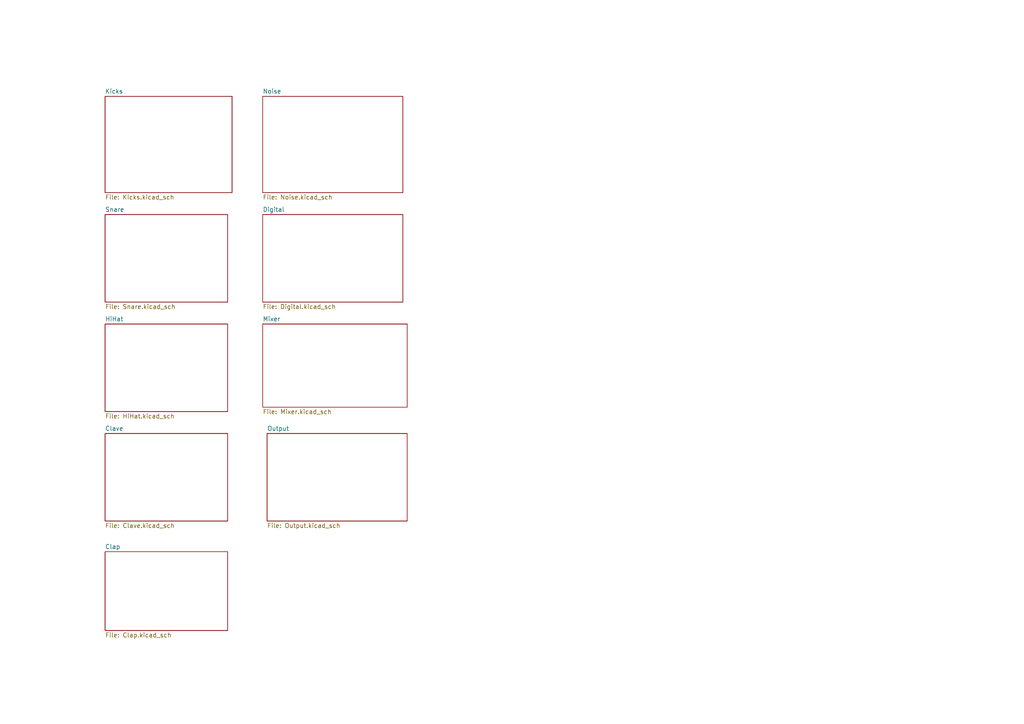
<source format=kicad_sch>
(kicad_sch (version 20230121) (generator eeschema)
  (paper "A4")
  (lib_symbols)
  (sheet (at 30.48 27.94) (size 36.83 27.94)
    (property "Sheetname" "Kicks" (at 30.48 27.2284 0) (effects (justify left bottom)))
    (property "Sheetfile" "Kicks.kicad_sch" (at 30.48 56.4646 0) (effects (justify left top)))
  )
  (sheet (at 30.48 62.23) (size 35.56 25.4)
    (property "Sheetname" "Snare" (at 30.48 61.5184 0) (effects (justify left bottom)))
    (property "Sheetfile" "Snare.kicad_sch" (at 30.48 88.2146 0) (effects (justify left top)))
  )
  (sheet (at 30.48 93.98) (size 35.56 25.4)
    (property "Sheetname" "HiHat" (at 30.48 93.2684 0) (effects (justify left bottom)))
    (property "Sheetfile" "HiHat.kicad_sch" (at 30.48 119.9646 0) (effects (justify left top)))
  )
  (sheet (at 30.48 125.73) (size 35.56 25.4)
    (property "Sheetname" "Clave" (at 30.48 125.0184 0) (effects (justify left bottom)))
    (property "Sheetfile" "Clave.kicad_sch" (at 30.48 151.7146 0) (effects (justify left top)))
  )
  (sheet (at 30.48 160.02) (size 35.56 22.86)
    (property "Sheetname" "Clap" (at 30.48 159.3084 0) (effects (justify left bottom)))
    (property "Sheetfile" "Clap.kicad_sch" (at 30.48 183.4646 0) (effects (justify left top)))
  )
  (sheet (at 76.2 62.23) (size 40.64 25.4)
    (property "Sheetname" "Digital" (at 76.2 61.5184 0) (effects (justify left bottom)))
    (property "Sheetfile" "Digital.kicad_sch" (at 76.2 88.2146 0) (effects (justify left top)))
  )
  (sheet (at 76.2 27.94) (size 40.64 27.94)
    (property "Sheetname" "Noise" (at 76.2 27.2284 0) (effects (justify left bottom)))
    (property "Sheetfile" "Noise.kicad_sch" (at 76.2 56.4646 0) (effects (justify left top)))
  )
  (sheet (at 77.47 125.73) (size 40.64 25.4)
    (property "Sheetname" "Output" (at 77.47 125.0184 0) (effects (justify left bottom)))
    (property "Sheetfile" "Output.kicad_sch" (at 77.47 151.7146 0) (effects (justify left top)))
  )
  (sheet (at 76.2 93.98) (size 41.91 24.13) (stroke (width 0.1524))
    (property "Sheetname" "Mixer" (at 76.2 93.2684 0) (effects (justify left bottom)))
    (property "Sheetfile" "Mixer.kicad_sch" (at 76.2 118.6946 0) (effects (justify left top)))
  )
)
</source>
